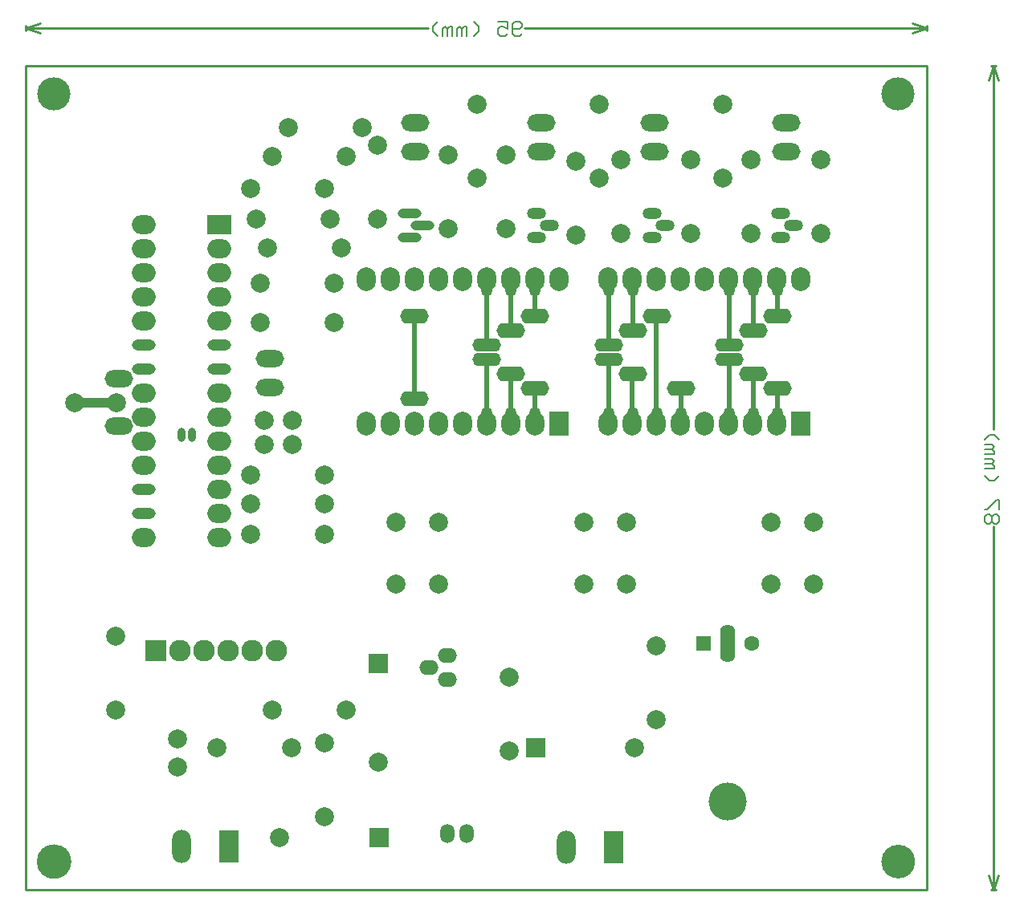
<source format=gtl>
%FSLAX25Y25*%
%MOIN*%
G70*
G01*
G75*
G04 Layer_Physical_Order=1*
G04 Layer_Color=255*
%ADD10C,0.03937*%
%ADD11C,0.01969*%
%ADD12C,0.01000*%
%ADD13C,0.00600*%
%ADD14O,0.03150X0.05906*%
%ADD15C,0.15748*%
%ADD16R,0.06299X0.06299*%
%ADD17O,0.06299X0.15748*%
%ADD18C,0.06299*%
%ADD19O,0.07874X0.04724*%
%ADD20O,0.09843X0.03937*%
%ADD21C,0.07874*%
%ADD22O,0.11811X0.07087*%
%ADD23R,0.09843X0.07874*%
%ADD24O,0.09843X0.07874*%
%ADD25O,0.09843X0.04724*%
%ADD26R,0.07874X0.09843*%
%ADD27O,0.07874X0.09843*%
%ADD28R,0.07874X0.13780*%
%ADD29O,0.07874X0.13780*%
%ADD30O,0.05906X0.07874*%
%ADD31R,0.07874X0.07874*%
%ADD32C,0.09000*%
%ADD33R,0.09000X0.09000*%
%ADD34C,0.13780*%
%ADD35O,0.11811X0.06299*%
%ADD36O,0.11811X0.05512*%
%ADD37R,0.07874X0.07874*%
%ADD38O,0.08000X0.06000*%
%ADD39C,0.05000*%
D10*
X227710Y359842D02*
X210387D01*
D11*
X492344Y390000D02*
X492344Y390000D01*
X502344Y396000D02*
X502344Y396000D01*
X391343Y390000D02*
X391343Y390000D01*
X401343Y396000D02*
X401343Y396000D01*
X501844Y351398D02*
X501792Y351346D01*
X491844Y351398D02*
X491792Y351346D01*
X481844Y351398D02*
X481792Y351346D01*
X461843Y351398D02*
X461792Y351346D01*
X441844Y372000D02*
X441792Y371949D01*
X451844Y396000D02*
X451792Y395949D01*
X431844Y351398D02*
X431792Y351346D01*
X431844Y411335D02*
X431792Y411386D01*
X441844Y411335D02*
X441792Y411386D01*
X481844Y411335D02*
X481792Y411386D01*
X491844Y411335D02*
X491792Y411386D01*
X501844Y411335D02*
X501792Y411386D01*
X401399D02*
X401343Y411331D01*
X391399Y390055D02*
X391343Y390000D01*
X381399Y411386D02*
X381344Y411331D01*
X401399Y351346D02*
X401343Y351402D01*
X391399Y351346D02*
X391343Y351402D01*
X381399Y351346D02*
X381344Y351401D01*
X331399Y351346D02*
X331344Y351402D01*
X331399Y411386D02*
X331344Y411331D01*
X341399Y411386D02*
X341343Y411331D01*
X481844Y384000D02*
Y406500D01*
Y411335D01*
X431844Y384000D02*
Y406500D01*
Y411335D01*
X381344Y384000D02*
Y406500D01*
Y411331D01*
X351343Y362555D02*
Y396000D01*
X351399Y362500D02*
X351343Y362555D01*
X501844Y396000D02*
Y406500D01*
Y411335D01*
X401343Y396000D02*
Y406500D01*
Y411331D01*
X491844Y390000D02*
Y406500D01*
Y411335D01*
X441844Y390000D02*
Y406500D01*
Y411335D01*
X481844Y351398D02*
Y355500D01*
Y378000D01*
X431844Y351398D02*
Y355500D01*
Y378000D01*
X381344Y351401D02*
Y355500D01*
Y378000D01*
X491844Y351398D02*
Y355500D01*
Y372000D01*
X391343Y351402D02*
Y355500D01*
Y372000D01*
X441792Y351346D02*
Y371949D01*
X451792Y351346D02*
Y395949D01*
X351399Y361500D02*
Y362500D01*
X501844Y351398D02*
Y355500D01*
Y366000D01*
X461843Y351398D02*
Y355500D01*
Y366000D01*
X401343Y351402D02*
Y355500D01*
Y366000D01*
X391399Y390055D02*
Y411386D01*
D12*
X196214Y488189D02*
G03*
X196214Y488189I5512J0D01*
G01*
X545626Y169291D02*
G03*
X545626Y169291I6493J0D01*
G01*
X195033D02*
G03*
X195033Y169291I6693J0D01*
G01*
X546109Y488189D02*
G03*
X546109Y488189I6010J0D01*
G01*
X592489Y500000D02*
X590489D01*
X592489Y157480D02*
X590489D01*
X591489Y500000D02*
X589489Y494000D01*
X593489D02*
X591489Y500000D01*
Y157480D02*
X589489Y163480D01*
X593489D02*
X591489Y157480D01*
Y348834D02*
Y500000D01*
Y157480D02*
Y308646D01*
X189914Y514748D02*
Y516748D01*
X563930Y514748D02*
Y516748D01*
X195914Y513748D02*
X189914Y515748D01*
X195914Y517748D02*
X189914Y515748D01*
X563930D02*
X557930Y513748D01*
X563930Y515748D02*
X557930Y517748D01*
X356828Y515748D02*
X189914D01*
X563930D02*
X397016D01*
X189914Y263779D02*
Y279528D01*
Y157480D02*
Y263779D01*
X563930Y157480D02*
X189914D01*
X563930Y157480D02*
X563930Y157480D01*
X563930Y157480D02*
Y279528D01*
Y500000D01*
X189914Y279527D02*
Y500000D01*
X563930Y500000D02*
X189914Y500000D01*
D13*
X592888Y309646D02*
X593888Y310646D01*
Y312645D01*
X592888Y313645D01*
X591889D01*
X590889Y312645D01*
X589889Y313645D01*
X588890D01*
X587890Y312645D01*
Y310646D01*
X588890Y309646D01*
X589889D01*
X590889Y310646D01*
X591889Y309646D01*
X592888D01*
X590889Y310646D02*
Y312645D01*
X593888Y315644D02*
Y319643D01*
X592888D01*
X588890Y315644D01*
X587890D01*
Y329640D02*
X589889Y327640D01*
X591889D01*
X593888Y329640D01*
X587890Y332639D02*
X591889D01*
Y333638D01*
X590889Y334638D01*
X587890D01*
X590889D01*
X591889Y335638D01*
X590889Y336637D01*
X587890D01*
Y338637D02*
X591889D01*
Y339636D01*
X590889Y340636D01*
X587890D01*
X590889D01*
X591889Y341636D01*
X590889Y342635D01*
X587890D01*
Y344635D02*
X589889Y346634D01*
X591889D01*
X593888Y344635D01*
X396016Y513149D02*
X395017Y512149D01*
X393017D01*
X392018Y513149D01*
Y517147D01*
X393017Y518147D01*
X395017D01*
X396016Y517147D01*
Y516148D01*
X395017Y515148D01*
X392018D01*
X386019Y518147D02*
X390018D01*
Y515148D01*
X388019Y516148D01*
X387019D01*
X386019Y515148D01*
Y513149D01*
X387019Y512149D01*
X389019D01*
X390018Y513149D01*
X376023Y512149D02*
X378022Y514148D01*
Y516148D01*
X376023Y518147D01*
X373024Y512149D02*
Y516148D01*
X372024D01*
X371024Y515148D01*
Y512149D01*
Y515148D01*
X370025Y516148D01*
X369025Y515148D01*
Y512149D01*
X367026D02*
Y516148D01*
X366026D01*
X365026Y515148D01*
Y512149D01*
Y515148D01*
X364027Y516148D01*
X363027Y515148D01*
Y512149D01*
X361028D02*
X359028Y514148D01*
Y516148D01*
X361028Y518147D01*
D14*
X254481Y346457D02*
D03*
X258811D02*
D03*
D15*
X481353Y194243D02*
D03*
D16*
X471253Y259842D02*
D03*
D17*
X481253D02*
D03*
D18*
X491253D02*
D03*
D19*
X503343Y438500D02*
D03*
X508698Y433500D02*
D03*
X503343Y428500D02*
D03*
X449844Y438500D02*
D03*
X455198Y433500D02*
D03*
X449844Y428500D02*
D03*
X401844Y438500D02*
D03*
X407198Y433500D02*
D03*
X401844Y428500D02*
D03*
D20*
X349343D02*
D03*
X354698Y433500D02*
D03*
X349343Y438500D02*
D03*
D21*
X519843Y461000D02*
D03*
Y430291D02*
D03*
X465843Y461000D02*
D03*
Y430291D02*
D03*
X490843D02*
D03*
Y461000D02*
D03*
X436843Y430291D02*
D03*
Y461000D02*
D03*
X418343Y460209D02*
D03*
Y429500D02*
D03*
X365343Y463000D02*
D03*
Y432291D02*
D03*
X389344D02*
D03*
Y463000D02*
D03*
X335977Y436221D02*
D03*
Y466929D02*
D03*
X283135Y330000D02*
D03*
X313843D02*
D03*
X283221Y448819D02*
D03*
X313930D02*
D03*
X283221Y305118D02*
D03*
X313930D02*
D03*
X283135Y318000D02*
D03*
X313843D02*
D03*
X290308Y424409D02*
D03*
X321017D02*
D03*
X285584Y436221D02*
D03*
X316292D02*
D03*
X322985Y462205D02*
D03*
X292277D02*
D03*
X298970Y474409D02*
D03*
X329678D02*
D03*
X377344Y484000D02*
D03*
Y453291D02*
D03*
X427844Y484000D02*
D03*
Y453291D02*
D03*
X479344Y484000D02*
D03*
Y453291D02*
D03*
X336371Y210512D02*
D03*
X451725Y228346D02*
D03*
Y259055D02*
D03*
X516962Y310157D02*
D03*
Y284567D02*
D03*
X499245D02*
D03*
Y310157D02*
D03*
X361450D02*
D03*
Y284567D02*
D03*
X343733D02*
D03*
Y310157D02*
D03*
X439206D02*
D03*
Y284567D02*
D03*
X421489D02*
D03*
Y310157D02*
D03*
X288833Y352559D02*
D03*
X300643D02*
D03*
X288833Y342717D02*
D03*
X300643D02*
D03*
X317867Y393307D02*
D03*
X287158D02*
D03*
X317867Y409449D02*
D03*
X287158D02*
D03*
X322985Y232283D02*
D03*
X292277D02*
D03*
X390702Y215354D02*
D03*
Y246063D02*
D03*
X227316Y262992D02*
D03*
Y232283D02*
D03*
X253103Y208465D02*
D03*
Y220276D02*
D03*
X442788Y216535D02*
D03*
X269442D02*
D03*
X300151D02*
D03*
X313930Y187795D02*
D03*
Y218504D02*
D03*
X295308Y179134D02*
D03*
X227710Y359842D02*
D03*
X210387D02*
D03*
D22*
X505521Y476134D02*
D03*
Y464323D02*
D03*
X451021Y476134D02*
D03*
Y464323D02*
D03*
X404021Y476134D02*
D03*
Y464323D02*
D03*
X351521Y476134D02*
D03*
Y464323D02*
D03*
X228549Y350280D02*
D03*
Y369965D02*
D03*
X291166Y366366D02*
D03*
Y378177D02*
D03*
D23*
X270343Y434000D02*
D03*
D24*
X270343Y424000D02*
D03*
X270343Y414000D02*
D03*
Y404000D02*
D03*
X270343Y394000D02*
D03*
X270343Y364000D02*
D03*
Y354000D02*
D03*
Y344000D02*
D03*
X270343Y334000D02*
D03*
Y324000D02*
D03*
X270343Y314000D02*
D03*
Y304000D02*
D03*
X239093Y434000D02*
D03*
Y424000D02*
D03*
Y414000D02*
D03*
Y404000D02*
D03*
Y394000D02*
D03*
Y364000D02*
D03*
X239093Y354000D02*
D03*
X239093Y344000D02*
D03*
X239093Y334000D02*
D03*
X239093Y304000D02*
D03*
D25*
X270343Y384000D02*
D03*
X270343Y374000D02*
D03*
X239093Y384000D02*
D03*
Y374000D02*
D03*
Y324000D02*
D03*
X239093Y314000D02*
D03*
D26*
X511792Y351346D02*
D03*
X411399D02*
D03*
D27*
X501792D02*
D03*
X491792D02*
D03*
X481792Y351346D02*
D03*
X471792Y351346D02*
D03*
X461792Y351346D02*
D03*
X451792Y351346D02*
D03*
X441792Y351346D02*
D03*
X431792Y351346D02*
D03*
X511792Y411386D02*
D03*
X501792Y411386D02*
D03*
X491792Y411386D02*
D03*
X481792Y411386D02*
D03*
X471792Y411386D02*
D03*
X461792D02*
D03*
X451792Y411386D02*
D03*
X441792Y411386D02*
D03*
X431792D02*
D03*
X401399Y351346D02*
D03*
X391399D02*
D03*
X381399Y351346D02*
D03*
X371399Y351346D02*
D03*
X361399Y351346D02*
D03*
X351399Y351346D02*
D03*
X341399Y351346D02*
D03*
X331399Y351346D02*
D03*
X411399Y411386D02*
D03*
X401399Y411386D02*
D03*
X391399Y411386D02*
D03*
X381399Y411386D02*
D03*
X371399Y411386D02*
D03*
X361399D02*
D03*
X351399Y411386D02*
D03*
X341399Y411386D02*
D03*
X331399D02*
D03*
D28*
X274166Y175591D02*
D03*
X434009Y175197D02*
D03*
D29*
X254481Y175591D02*
D03*
X414324Y175197D02*
D03*
D30*
X372985Y181102D02*
D03*
X365111D02*
D03*
D31*
X336371Y251693D02*
D03*
D32*
X293969Y256850D02*
D03*
X283969D02*
D03*
X273970D02*
D03*
X263969D02*
D03*
X253970D02*
D03*
D33*
X243969D02*
D03*
D34*
X201725Y169291D02*
D03*
Y488189D02*
D03*
X552119D02*
D03*
Y169291D02*
D03*
D35*
X501844Y396000D02*
D03*
X491844Y390000D02*
D03*
Y372000D02*
D03*
X501844Y366000D02*
D03*
X461843D02*
D03*
X441844Y372000D02*
D03*
Y390000D02*
D03*
X451844Y396000D02*
D03*
X401343D02*
D03*
X391343Y390000D02*
D03*
Y372000D02*
D03*
X401343Y366000D02*
D03*
X351343Y396000D02*
D03*
Y361500D02*
D03*
D36*
X481844Y384000D02*
D03*
Y378000D02*
D03*
X431844D02*
D03*
Y384000D02*
D03*
X381344Y378000D02*
D03*
Y384000D02*
D03*
D37*
X401607Y216535D02*
D03*
X336489Y179134D02*
D03*
D38*
X365111Y245000D02*
D03*
X357237Y250000D02*
D03*
X365111Y255000D02*
D03*
D39*
X501844Y406500D02*
D03*
X491844D02*
D03*
X481844D02*
D03*
X441844D02*
D03*
X431844D02*
D03*
X401343D02*
D03*
X391343D02*
D03*
X381344D02*
D03*
Y355500D02*
D03*
X391343D02*
D03*
X401343D02*
D03*
X431844D02*
D03*
X441844D02*
D03*
X451844D02*
D03*
X461843D02*
D03*
X481844D02*
D03*
X491844D02*
D03*
X501844D02*
D03*
M02*

</source>
